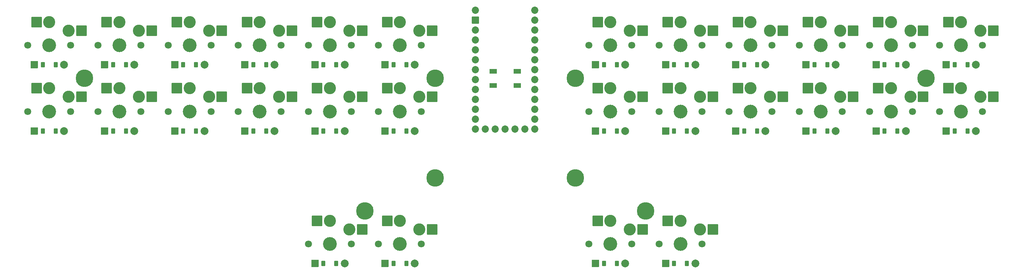
<source format=gbr>
%TF.GenerationSoftware,KiCad,Pcbnew,9.0.0*%
%TF.CreationDate,2025-04-19T19:47:05+02:00*%
%TF.ProjectId,pcb,7063622e-6b69-4636-9164-5f7063625858,v1.0.0*%
%TF.SameCoordinates,Original*%
%TF.FileFunction,Soldermask,Bot*%
%TF.FilePolarity,Negative*%
%FSLAX46Y46*%
G04 Gerber Fmt 4.6, Leading zero omitted, Abs format (unit mm)*
G04 Created by KiCad (PCBNEW 9.0.0) date 2025-04-19 19:47:05*
%MOMM*%
%LPD*%
G01*
G04 APERTURE LIST*
G04 Aperture macros list*
%AMRoundRect*
0 Rectangle with rounded corners*
0 $1 Rounding radius*
0 $2 $3 $4 $5 $6 $7 $8 $9 X,Y pos of 4 corners*
0 Add a 4 corners polygon primitive as box body*
4,1,4,$2,$3,$4,$5,$6,$7,$8,$9,$2,$3,0*
0 Add four circle primitives for the rounded corners*
1,1,$1+$1,$2,$3*
1,1,$1+$1,$4,$5*
1,1,$1+$1,$6,$7*
1,1,$1+$1,$8,$9*
0 Add four rect primitives between the rounded corners*
20,1,$1+$1,$2,$3,$4,$5,0*
20,1,$1+$1,$4,$5,$6,$7,0*
20,1,$1+$1,$6,$7,$8,$9,0*
20,1,$1+$1,$8,$9,$2,$3,0*%
G04 Aperture macros list end*
%ADD10C,1.852600*%
%ADD11RoundRect,0.050000X-0.876300X0.876300X-0.876300X-0.876300X0.876300X-0.876300X0.876300X0.876300X0*%
%ADD12C,3.529000*%
%ADD13C,1.801800*%
%ADD14C,3.100000*%
%ADD15RoundRect,0.050000X-1.300000X-1.300000X1.300000X-1.300000X1.300000X1.300000X-1.300000X1.300000X0*%
%ADD16RoundRect,0.050000X-0.450000X-0.600000X0.450000X-0.600000X0.450000X0.600000X-0.450000X0.600000X0*%
%ADD17RoundRect,0.050000X-0.889000X-0.889000X0.889000X-0.889000X0.889000X0.889000X-0.889000X0.889000X0*%
%ADD18C,2.005000*%
%ADD19RoundRect,0.050000X-0.900000X-0.550000X0.900000X-0.550000X0.900000X0.550000X-0.900000X0.550000X0*%
%ADD20C,4.500000*%
%ADD21C,0.800000*%
G04 APERTURE END LIST*
D10*
%TO.C,MCU1*%
X224620000Y-104470000D03*
X224620000Y-101930000D03*
X224620000Y-99390000D03*
X224620000Y-96850000D03*
X224620000Y-94310000D03*
X224620000Y-91770000D03*
X224620000Y-89230000D03*
X224620000Y-86690000D03*
X224620000Y-84150000D03*
X224620000Y-81610000D03*
X224620000Y-79070000D03*
X224620000Y-76530000D03*
X224620000Y-73990000D03*
X211920000Y-104470000D03*
X214460000Y-104470000D03*
X217000000Y-104470000D03*
X219540000Y-104470000D03*
X222080000Y-104470000D03*
X209380000Y-104470000D03*
X209380000Y-101930000D03*
X209380000Y-99390000D03*
X209380000Y-96850000D03*
X209380000Y-94310000D03*
X209380000Y-91770000D03*
X209380000Y-89230000D03*
X209380000Y-86690000D03*
X209380000Y-84150000D03*
X209380000Y-81610000D03*
X209380000Y-79070000D03*
D11*
X209380000Y-76530000D03*
D10*
X209380000Y-73990000D03*
%TD*%
D12*
%TO.C,S1*%
X100000000Y-100000000D03*
D13*
X105500000Y-100000000D03*
X94500000Y-100000000D03*
D14*
X105000000Y-96250000D03*
X100000000Y-94050000D03*
D15*
X96725000Y-94050000D03*
X108275000Y-96250000D03*
%TD*%
D12*
%TO.C,S2*%
X100000000Y-83000000D03*
D13*
X105500000Y-83000000D03*
X94500000Y-83000000D03*
D14*
X105000000Y-79250000D03*
X100000000Y-77050000D03*
D15*
X96725000Y-77050000D03*
X108275000Y-79250000D03*
%TD*%
D12*
%TO.C,S3*%
X118000000Y-100000000D03*
D13*
X123500000Y-100000000D03*
X112500000Y-100000000D03*
D14*
X123000000Y-96250000D03*
X118000000Y-94050000D03*
D15*
X114725000Y-94050000D03*
X126275000Y-96250000D03*
%TD*%
D12*
%TO.C,S4*%
X118000000Y-83000000D03*
D13*
X123500000Y-83000000D03*
X112500000Y-83000000D03*
D14*
X123000000Y-79250000D03*
X118000000Y-77050000D03*
D15*
X114725000Y-77050000D03*
X126275000Y-79250000D03*
%TD*%
D12*
%TO.C,S5*%
X136000000Y-100000000D03*
D13*
X141500000Y-100000000D03*
X130500000Y-100000000D03*
D14*
X141000000Y-96250000D03*
X136000000Y-94050000D03*
D15*
X132725000Y-94050000D03*
X144275000Y-96250000D03*
%TD*%
D12*
%TO.C,S6*%
X136000000Y-83000000D03*
D13*
X141500000Y-83000000D03*
X130500000Y-83000000D03*
D14*
X141000000Y-79250000D03*
X136000000Y-77050000D03*
D15*
X132725000Y-77050000D03*
X144275000Y-79250000D03*
%TD*%
D12*
%TO.C,S7*%
X154000000Y-100000000D03*
D13*
X159500000Y-100000000D03*
X148500000Y-100000000D03*
D14*
X159000000Y-96250000D03*
X154000000Y-94050000D03*
D15*
X150725000Y-94050000D03*
X162275000Y-96250000D03*
%TD*%
D12*
%TO.C,S8*%
X154000000Y-83000000D03*
D13*
X159500000Y-83000000D03*
X148500000Y-83000000D03*
D14*
X159000000Y-79250000D03*
X154000000Y-77050000D03*
D15*
X150725000Y-77050000D03*
X162275000Y-79250000D03*
%TD*%
D12*
%TO.C,S9*%
X172000000Y-100000000D03*
D13*
X177500000Y-100000000D03*
X166500000Y-100000000D03*
D14*
X177000000Y-96250000D03*
X172000000Y-94050000D03*
D15*
X168725000Y-94050000D03*
X180275000Y-96250000D03*
%TD*%
D12*
%TO.C,S10*%
X172000000Y-83000000D03*
D13*
X177500000Y-83000000D03*
X166500000Y-83000000D03*
D14*
X177000000Y-79250000D03*
X172000000Y-77050000D03*
D15*
X168725000Y-77050000D03*
X180275000Y-79250000D03*
%TD*%
D12*
%TO.C,S11*%
X190000000Y-100000000D03*
D13*
X195500000Y-100000000D03*
X184500000Y-100000000D03*
D14*
X195000000Y-96250000D03*
X190000000Y-94050000D03*
D15*
X186725000Y-94050000D03*
X198275000Y-96250000D03*
%TD*%
D12*
%TO.C,S12*%
X190000000Y-83000000D03*
D13*
X195500000Y-83000000D03*
X184500000Y-83000000D03*
D14*
X195000000Y-79250000D03*
X190000000Y-77050000D03*
D15*
X186725000Y-77050000D03*
X198275000Y-79250000D03*
%TD*%
D12*
%TO.C,S13*%
X244000000Y-100000000D03*
D13*
X249500000Y-100000000D03*
X238500000Y-100000000D03*
D14*
X249000000Y-96250000D03*
X244000000Y-94050000D03*
D15*
X240725000Y-94050000D03*
X252275000Y-96250000D03*
%TD*%
D12*
%TO.C,S14*%
X244000000Y-83000000D03*
D13*
X249500000Y-83000000D03*
X238500000Y-83000000D03*
D14*
X249000000Y-79250000D03*
X244000000Y-77050000D03*
D15*
X240725000Y-77050000D03*
X252275000Y-79250000D03*
%TD*%
D12*
%TO.C,S15*%
X262000000Y-100000000D03*
D13*
X267500000Y-100000000D03*
X256500000Y-100000000D03*
D14*
X267000000Y-96250000D03*
X262000000Y-94050000D03*
D15*
X258725000Y-94050000D03*
X270275000Y-96250000D03*
%TD*%
D12*
%TO.C,S16*%
X262000000Y-83000000D03*
D13*
X267500000Y-83000000D03*
X256500000Y-83000000D03*
D14*
X267000000Y-79250000D03*
X262000000Y-77050000D03*
D15*
X258725000Y-77050000D03*
X270275000Y-79250000D03*
%TD*%
D12*
%TO.C,S17*%
X280000000Y-100000000D03*
D13*
X285500000Y-100000000D03*
X274500000Y-100000000D03*
D14*
X285000000Y-96250000D03*
X280000000Y-94050000D03*
D15*
X276725000Y-94050000D03*
X288275000Y-96250000D03*
%TD*%
D12*
%TO.C,S18*%
X280000000Y-83000000D03*
D13*
X285500000Y-83000000D03*
X274500000Y-83000000D03*
D14*
X285000000Y-79250000D03*
X280000000Y-77050000D03*
D15*
X276725000Y-77050000D03*
X288275000Y-79250000D03*
%TD*%
D12*
%TO.C,S19*%
X298000000Y-100000000D03*
D13*
X303500000Y-100000000D03*
X292500000Y-100000000D03*
D14*
X303000000Y-96250000D03*
X298000000Y-94050000D03*
D15*
X294725000Y-94050000D03*
X306275000Y-96250000D03*
%TD*%
D12*
%TO.C,S20*%
X298000000Y-83000000D03*
D13*
X303500000Y-83000000D03*
X292500000Y-83000000D03*
D14*
X303000000Y-79250000D03*
X298000000Y-77050000D03*
D15*
X294725000Y-77050000D03*
X306275000Y-79250000D03*
%TD*%
D12*
%TO.C,S21*%
X316000000Y-100000000D03*
D13*
X321500000Y-100000000D03*
X310500000Y-100000000D03*
D14*
X321000000Y-96250000D03*
X316000000Y-94050000D03*
D15*
X312725000Y-94050000D03*
X324275000Y-96250000D03*
%TD*%
D12*
%TO.C,S22*%
X316000000Y-83000000D03*
D13*
X321500000Y-83000000D03*
X310500000Y-83000000D03*
D14*
X321000000Y-79250000D03*
X316000000Y-77050000D03*
D15*
X312725000Y-77050000D03*
X324275000Y-79250000D03*
%TD*%
D12*
%TO.C,S23*%
X334000000Y-100000000D03*
D13*
X339500000Y-100000000D03*
X328500000Y-100000000D03*
D14*
X339000000Y-96250000D03*
X334000000Y-94050000D03*
D15*
X330725000Y-94050000D03*
X342275000Y-96250000D03*
%TD*%
D12*
%TO.C,S24*%
X334000000Y-83000000D03*
D13*
X339500000Y-83000000D03*
X328500000Y-83000000D03*
D14*
X339000000Y-79250000D03*
X334000000Y-77050000D03*
D15*
X330725000Y-77050000D03*
X342275000Y-79250000D03*
%TD*%
D12*
%TO.C,S25*%
X172000000Y-134000000D03*
D13*
X177500000Y-134000000D03*
X166500000Y-134000000D03*
D14*
X177000000Y-130250000D03*
X172000000Y-128050000D03*
D15*
X168725000Y-128050000D03*
X180275000Y-130250000D03*
%TD*%
D12*
%TO.C,S26*%
X190000000Y-134000000D03*
D13*
X195500000Y-134000000D03*
X184500000Y-134000000D03*
D14*
X195000000Y-130250000D03*
X190000000Y-128050000D03*
D15*
X186725000Y-128050000D03*
X198275000Y-130250000D03*
%TD*%
D12*
%TO.C,S27*%
X244000000Y-134000000D03*
D13*
X249500000Y-134000000D03*
X238500000Y-134000000D03*
D14*
X249000000Y-130250000D03*
X244000000Y-128050000D03*
D15*
X240725000Y-128050000D03*
X252275000Y-130250000D03*
%TD*%
D12*
%TO.C,S28*%
X262000000Y-134000000D03*
D13*
X267500000Y-134000000D03*
X256500000Y-134000000D03*
D14*
X267000000Y-130250000D03*
X262000000Y-128050000D03*
D15*
X258725000Y-128050000D03*
X270275000Y-130250000D03*
%TD*%
D16*
%TO.C,D1*%
X101650000Y-105000000D03*
X98350000Y-105000000D03*
D17*
X96190000Y-105000000D03*
D18*
X103810000Y-105000000D03*
%TD*%
D16*
%TO.C,D2*%
X101650000Y-88000000D03*
X98350000Y-88000000D03*
D17*
X96190000Y-88000000D03*
D18*
X103810000Y-88000000D03*
%TD*%
D16*
%TO.C,D3*%
X119650000Y-105000000D03*
X116350000Y-105000000D03*
D17*
X114190000Y-105000000D03*
D18*
X121810000Y-105000000D03*
%TD*%
D16*
%TO.C,D4*%
X119650000Y-88000000D03*
X116350000Y-88000000D03*
D17*
X114190000Y-88000000D03*
D18*
X121810000Y-88000000D03*
%TD*%
D16*
%TO.C,D5*%
X137650000Y-105000000D03*
X134350000Y-105000000D03*
D17*
X132190000Y-105000000D03*
D18*
X139810000Y-105000000D03*
%TD*%
D16*
%TO.C,D6*%
X137650000Y-88000000D03*
X134350000Y-88000000D03*
D17*
X132190000Y-88000000D03*
D18*
X139810000Y-88000000D03*
%TD*%
D16*
%TO.C,D7*%
X155650000Y-105000000D03*
X152350000Y-105000000D03*
D17*
X150190000Y-105000000D03*
D18*
X157810000Y-105000000D03*
%TD*%
D16*
%TO.C,D8*%
X155650000Y-88000000D03*
X152350000Y-88000000D03*
D17*
X150190000Y-88000000D03*
D18*
X157810000Y-88000000D03*
%TD*%
D16*
%TO.C,D9*%
X173650000Y-105000000D03*
X170350000Y-105000000D03*
D17*
X168190000Y-105000000D03*
D18*
X175810000Y-105000000D03*
%TD*%
D16*
%TO.C,D10*%
X173650000Y-88000000D03*
X170350000Y-88000000D03*
D17*
X168190000Y-88000000D03*
D18*
X175810000Y-88000000D03*
%TD*%
D16*
%TO.C,D11*%
X191650000Y-105000000D03*
X188350000Y-105000000D03*
D17*
X186190000Y-105000000D03*
D18*
X193810000Y-105000000D03*
%TD*%
D16*
%TO.C,D12*%
X191650000Y-88000000D03*
X188350000Y-88000000D03*
D17*
X186190000Y-88000000D03*
D18*
X193810000Y-88000000D03*
%TD*%
D16*
%TO.C,D13*%
X245650000Y-105000000D03*
X242350000Y-105000000D03*
D17*
X240190000Y-105000000D03*
D18*
X247810000Y-105000000D03*
%TD*%
D16*
%TO.C,D14*%
X245650000Y-88000000D03*
X242350000Y-88000000D03*
D17*
X240190000Y-88000000D03*
D18*
X247810000Y-88000000D03*
%TD*%
D16*
%TO.C,D15*%
X263650000Y-105000000D03*
X260350000Y-105000000D03*
D17*
X258190000Y-105000000D03*
D18*
X265810000Y-105000000D03*
%TD*%
D16*
%TO.C,D16*%
X263650000Y-88000000D03*
X260350000Y-88000000D03*
D17*
X258190000Y-88000000D03*
D18*
X265810000Y-88000000D03*
%TD*%
D16*
%TO.C,D17*%
X281650000Y-105000000D03*
X278350000Y-105000000D03*
D17*
X276190000Y-105000000D03*
D18*
X283810000Y-105000000D03*
%TD*%
D16*
%TO.C,D18*%
X281650000Y-88000000D03*
X278350000Y-88000000D03*
D17*
X276190000Y-88000000D03*
D18*
X283810000Y-88000000D03*
%TD*%
D16*
%TO.C,D19*%
X299650000Y-105000000D03*
X296350000Y-105000000D03*
D17*
X294190000Y-105000000D03*
D18*
X301810000Y-105000000D03*
%TD*%
D16*
%TO.C,D20*%
X299650000Y-88000000D03*
X296350000Y-88000000D03*
D17*
X294190000Y-88000000D03*
D18*
X301810000Y-88000000D03*
%TD*%
D16*
%TO.C,D21*%
X317650000Y-105000000D03*
X314350000Y-105000000D03*
D17*
X312190000Y-105000000D03*
D18*
X319810000Y-105000000D03*
%TD*%
D16*
%TO.C,D22*%
X317650000Y-88000000D03*
X314350000Y-88000000D03*
D17*
X312190000Y-88000000D03*
D18*
X319810000Y-88000000D03*
%TD*%
D16*
%TO.C,D23*%
X335650000Y-105000000D03*
X332350000Y-105000000D03*
D17*
X330190000Y-105000000D03*
D18*
X337810000Y-105000000D03*
%TD*%
D16*
%TO.C,D24*%
X335650000Y-88000000D03*
X332350000Y-88000000D03*
D17*
X330190000Y-88000000D03*
D18*
X337810000Y-88000000D03*
%TD*%
D16*
%TO.C,D25*%
X173650000Y-139000000D03*
X170350000Y-139000000D03*
D17*
X168190000Y-139000000D03*
D18*
X175810000Y-139000000D03*
%TD*%
D16*
%TO.C,D26*%
X191650000Y-139000000D03*
X188350000Y-139000000D03*
D17*
X186190000Y-139000000D03*
D18*
X193810000Y-139000000D03*
%TD*%
D16*
%TO.C,D27*%
X245650000Y-139000000D03*
X242350000Y-139000000D03*
D17*
X240190000Y-139000000D03*
D18*
X247810000Y-139000000D03*
%TD*%
D16*
%TO.C,D28*%
X263650000Y-139000000D03*
X260350000Y-139000000D03*
D17*
X258190000Y-139000000D03*
D18*
X265810000Y-139000000D03*
%TD*%
D19*
%TO.C,B1*%
X213900000Y-89650000D03*
X220100000Y-89650000D03*
X213900000Y-93350000D03*
X220100000Y-93350000D03*
%TD*%
D20*
%TO.C,_1*%
X109000000Y-91500000D03*
D21*
X110629630Y-91500000D03*
X110152322Y-92652322D03*
X109000000Y-93129630D03*
X107847678Y-92652322D03*
X107370370Y-91500000D03*
X107847678Y-90347678D03*
X109000000Y-89870370D03*
X110152322Y-90347678D03*
%TD*%
D20*
%TO.C,_2*%
X199000000Y-91500000D03*
D21*
X200629630Y-91500000D03*
X200152322Y-92652322D03*
X199000000Y-93129630D03*
X197847678Y-92652322D03*
X197370370Y-91500000D03*
X197847678Y-90347678D03*
X199000000Y-89870370D03*
X200152322Y-90347678D03*
%TD*%
D20*
%TO.C,_3*%
X199000000Y-117000000D03*
D21*
X200629630Y-117000000D03*
X200152322Y-118152322D03*
X199000000Y-118629630D03*
X197847678Y-118152322D03*
X197370370Y-117000000D03*
X197847678Y-115847678D03*
X199000000Y-115370370D03*
X200152322Y-115847678D03*
%TD*%
D20*
%TO.C,_4*%
X181000000Y-125500000D03*
D21*
X182629630Y-125500000D03*
X182152322Y-126652322D03*
X181000000Y-127129630D03*
X179847678Y-126652322D03*
X179370370Y-125500000D03*
X179847678Y-124347678D03*
X181000000Y-123870370D03*
X182152322Y-124347678D03*
%TD*%
D20*
%TO.C,_5*%
X253000000Y-125500000D03*
D21*
X254629630Y-125500000D03*
X254152322Y-126652322D03*
X253000000Y-127129630D03*
X251847678Y-126652322D03*
X251370370Y-125500000D03*
X251847678Y-124347678D03*
X253000000Y-123870370D03*
X254152322Y-124347678D03*
%TD*%
D20*
%TO.C,_6*%
X325000000Y-91500000D03*
D21*
X326629630Y-91500000D03*
X326152322Y-92652322D03*
X325000000Y-93129630D03*
X323847678Y-92652322D03*
X323370370Y-91500000D03*
X323847678Y-90347678D03*
X325000000Y-89870370D03*
X326152322Y-90347678D03*
%TD*%
D20*
%TO.C,_7*%
X235000000Y-91500000D03*
D21*
X236629630Y-91500000D03*
X236152322Y-92652322D03*
X235000000Y-93129630D03*
X233847678Y-92652322D03*
X233370370Y-91500000D03*
X233847678Y-90347678D03*
X235000000Y-89870370D03*
X236152322Y-90347678D03*
%TD*%
D20*
%TO.C,_8*%
X235000000Y-117000000D03*
D21*
X236629630Y-117000000D03*
X236152322Y-118152322D03*
X235000000Y-118629630D03*
X233847678Y-118152322D03*
X233370370Y-117000000D03*
X233847678Y-115847678D03*
X235000000Y-115370370D03*
X236152322Y-115847678D03*
%TD*%
M02*

</source>
